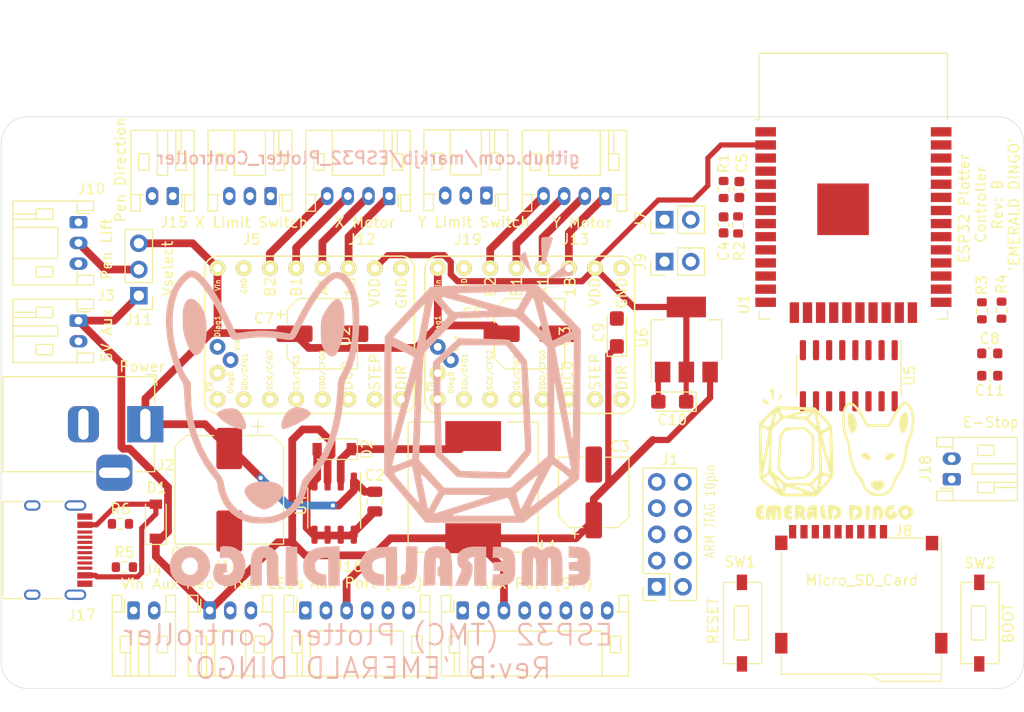
<source format=kicad_pcb>
(kicad_pcb (version 20171130) (host pcbnew "(5.1.10)-1")
  (layers (0 F.Cu signal) (31 B.Cu signal) (34 B.Paste user hide) (35 F.Paste user hide) (36 B.SilkS user hide) (37 F.SilkS user hide) (38 B.Mask user hide) (39 F.Mask user hide) (44 Edge.Cuts user))
  (net 0 "")
  (net 1 GND)
  (net 2 +5V)
  (net 3 /Y_Limit)
  (net 4 /X_Limit)
  (net 5 "Net-(D2-Pad1)")
  (net 6 /MOSI)
  (net 7 /SCL)
  (net 8 /SDA)
  (net 9 /MISO)
  (net 10 /SCK)
  (net 11 /CS_SD)
  (net 12 /CS_X)
  (net 13 /CS_Y)
  (net 14 /CS_AUX)
  (net 15 "Net-(J2-Pad3)")
  (net 16 +3V3)
  (net 17 "Net-(J7-Pad2)")
  (net 18 "Net-(J8-Pad1)")
  (net 19 "Net-(J8-Pad8)")
  (net 20 "Net-(J9-Pad2)")
  (net 21 "Net-(J10-Pad2)")
  (net 22 /PEN_LIFT)
  (net 23 "Net-(J12-Pad4)")
  (net 24 "Net-(J12-Pad3)")
  (net 25 "Net-(J12-Pad2)")
  (net 26 "Net-(J12-Pad1)")
  (net 27 "Net-(J13-Pad1)")
  (net 28 "Net-(J13-Pad2)")
  (net 29 "Net-(J13-Pad3)")
  (net 30 "Net-(J13-Pad4)")
  (net 31 /Vin)
  (net 32 "Net-(U1-Pad4)")
  (net 33 /Y_Dir)
  (net 34 /X_Dir)
  (net 35 /Y_Step)
  (net 36 /X_Step)
  (net 37 /StepEn)
  (net 38 "Net-(U1-Pad17)")
  (net 39 "Net-(U1-Pad18)")
  (net 40 "Net-(U1-Pad20)")
  (net 41 "Net-(U1-Pad21)")
  (net 42 "Net-(U1-Pad22)")
  (net 43 "Net-(U2-Pad17)")
  (net 44 "Net-(U3-Pad17)")
  (net 45 "Net-(J1-Pad1)")
  (net 46 /JTAG_TMS)
  (net 47 /NEO_PIXELS_JTAG_TCK)
  (net 48 /PEN_DIR_JTAG_TDO)
  (net 49 "Net-(J1-Pad7)")
  (net 50 /JTAG_TDI)
  (net 51 "Net-(J1-Pad9)")
  (net 52 "Net-(J1-Pad10)")
  (net 53 /EN)
  (net 54 /IO0)
  (net 55 "Net-(U1-Pad5)")
  (net 56 "Net-(U1-Pad19)")
  (net 57 "Net-(U1-Pad32)")
  (net 58 /ESP32_RX)
  (net 59 /ESP32_TX)
  (net 60 "Net-(U5-Pad7)")
  (net 61 "Net-(U5-Pad8)")
  (net 62 "Net-(U5-Pad9)")
  (net 63 "Net-(U5-Pad10)")
  (net 64 "Net-(U5-Pad11)")
  (net 65 "Net-(U5-Pad12)")
  (net 66 "Net-(U5-Pad13)")
  (net 67 "Net-(U5-Pad14)")
  (net 68 "Net-(U5-Pad15)")
  (net 69 "Net-(J5-Pad2)")
  (net 70 "Net-(J19-Pad2)")
  (net 71 "Net-(D1-Pad2)")
  (net 72 "Net-(J17-PadS1)")
  (net 73 "Net-(J17-PadA6)")
  (net 74 "Net-(J17-PadB5)")
  (net 75 "Net-(J17-PadA8)")
  (net 76 "Net-(J17-PadA7)")
  (net 77 "Net-(J17-PadA5)")
  (net 78 "Net-(J17-PadB8)")
  (module custom:emerald_dingo_150 (layer F.Cu) (at 106.172 101.727)
    (fp_text reference G2 hide)
    (fp_text value LOGO hide)
  )
  (module custom:emerald_dingo_400 (layer B.Cu) (at 61.9125 97.5995 180)
    (fp_text reference G1 hide)
    (fp_text value LOGO hide)
  )
  (module Connector_JST:JST_PH_S2B-PH-K_1x02_P2.00mm_Horizontal (layer F.Cu) (at 38.227 116.84)
    (fp_text reference J4 (at 1.905 -3.8735 180) (layer F.SilkS))
    (fp_text value "Vin Aux" (at 1.5875 -2.5654) (layer F.SilkS))
    (pad 1 thru_hole roundrect (at 0 0) (size 1.2 1.75) (drill 0.75) (layers *.Cu *.Mask) (roundrect_rratio 0.208333) (net 31 /Vin))
    (pad 2 thru_hole oval (at 2 0) (size 1.2 1.75) (drill 0.75) (layers *.Cu *.Mask) (net 1 GND))
  )
  (module Connector_JST:JST_PH_S8B-PH-K_1x08_P2.00mm_Horizontal (layer F.Cu) (at 70.104 116.84)
    (fp_text reference J6 (at -1.6002 -2.794 90) (layer F.SilkS))
    (fp_text value "Aux Port (SPI)" (at 7.1755 -2.6162) (layer F.SilkS))
    (pad 1 thru_hole roundrect (at 0 0) (size 1.2 1.75) (drill 0.75) (layers *.Cu *.Mask) (roundrect_rratio 0.208333) (net 31 /Vin))
    (pad 2 thru_hole oval (at 2 0) (size 1.2 1.75) (drill 0.75) (layers *.Cu *.Mask) (net 16 +3V3))
    (pad 3 thru_hole oval (at 4 0) (size 1.2 1.75) (drill 0.75) (layers *.Cu *.Mask) (net 2 +5V))
    (pad 4 thru_hole oval (at 6 0) (size 1.2 1.75) (drill 0.75) (layers *.Cu *.Mask) (net 1 GND))
    (pad 5 thru_hole oval (at 8 0) (size 1.2 1.75) (drill 0.75) (layers *.Cu *.Mask) (net 6 /MOSI))
    (pad 6 thru_hole oval (at 10 0) (size 1.2 1.75) (drill 0.75) (layers *.Cu *.Mask) (net 9 /MISO))
    (pad 7 thru_hole oval (at 12 0) (size 1.2 1.75) (drill 0.75) (layers *.Cu *.Mask) (net 10 /SCK))
    (pad 8 thru_hole oval (at 14 0) (size 1.2 1.75) (drill 0.75) (layers *.Cu *.Mask) (net 14 /CS_AUX))
  )
  (module Connector_JST:JST_PH_S3B-PH-K_1x03_P2.00mm_Horizontal (layer F.Cu) (at 45.593 116.84)
    (fp_text reference J14 (at 1.651 -4.2545 180) (layer F.SilkS))
    (fp_text value "Neo Pixel LEDs" (at 3.4351 -2.6162) (layer F.SilkS))
    (pad 1 thru_hole roundrect (at 0 0) (size 1.2 1.75) (drill 0.75) (layers *.Cu *.Mask) (roundrect_rratio 0.208333) (net 2 +5V))
    (pad 2 thru_hole oval (at 2 0) (size 1.2 1.75) (drill 0.75) (layers *.Cu *.Mask) (net 47 /NEO_PIXELS_JTAG_TCK))
    (pad 3 thru_hole oval (at 4 0) (size 1.2 1.75) (drill 0.75) (layers *.Cu *.Mask) (net 1 GND))
  )
  (module Connector_JST:JST_PH_S6B-PH-K_1x06_P2.00mm_Horizontal (layer F.Cu) (at 54.864 116.84)
    (fp_text reference J16 (at 4.2545 -4.2545 180) (layer F.SilkS))
    (fp_text value "Aux Port (I2C)" (at 5.9365 -2.6543) (layer F.SilkS))
    (pad 1 thru_hole roundrect (at 0 0) (size 1.2 1.75) (drill 0.75) (layers *.Cu *.Mask) (roundrect_rratio 0.208333) (net 31 /Vin))
    (pad 2 thru_hole oval (at 2 0) (size 1.2 1.75) (drill 0.75) (layers *.Cu *.Mask) (net 16 +3V3))
    (pad 3 thru_hole oval (at 4 0) (size 1.2 1.75) (drill 0.75) (layers *.Cu *.Mask) (net 2 +5V))
    (pad 4 thru_hole oval (at 6 0) (size 1.2 1.75) (drill 0.75) (layers *.Cu *.Mask) (net 1 GND))
    (pad 5 thru_hole oval (at 8 0) (size 1.2 1.75) (drill 0.75) (layers *.Cu *.Mask) (net 7 /SCL))
    (pad 6 thru_hole oval (at 10 0) (size 1.2 1.75) (drill 0.75) (layers *.Cu *.Mask) (net 8 /SDA))
  )
  (module Connector_USB:USB_C_Receptacle_HRO_TYPE-C-31-M-12 (layer F.Cu) (at 29.464 110.998 270)
    (fp_text reference J17 (at 6.2865 -3.7465 180) (layer F.SilkS))
    (fp_text value USB_C_Receptacle_USB2.0)
    (pad S1 thru_hole oval (at 4.32 1.05 270) (size 1 1.6) (drill oval 0.6 1.2) (layers *.Cu *.Mask) (net 72 "Net-(J17-PadS1)"))
    (pad "" np_thru_hole circle (at 2.89 -2.6 270) (size 0.65 0.65) (drill 0.65) (layers *.Cu *.Mask))
    (pad S1 thru_hole oval (at -4.32 1.05 270) (size 1 1.6) (drill oval 0.6 1.2) (layers *.Cu *.Mask) (net 72 "Net-(J17-PadS1)"))
    (pad "" np_thru_hole circle (at -2.89 -2.6 270) (size 0.65 0.65) (drill 0.65) (layers *.Cu *.Mask))
    (pad S1 thru_hole oval (at -4.32 -3.13 270) (size 1 2.1) (drill oval 0.6 1.7) (layers *.Cu *.Mask) (net 72 "Net-(J17-PadS1)"))
    (pad S1 thru_hole oval (at 4.32 -3.13 270) (size 1 2.1) (drill oval 0.6 1.7) (layers *.Cu *.Mask) (net 72 "Net-(J17-PadS1)"))
    (pad A6 smd rect (at -0.25 -4.045 270) (size 0.3 1.45) (layers F.Cu F.Paste F.Mask) (net 73 "Net-(J17-PadA6)"))
    (pad B5 smd rect (at 1.75 -4.045 270) (size 0.3 1.45) (layers F.Cu F.Paste F.Mask) (net 74 "Net-(J17-PadB5)"))
    (pad A8 smd rect (at 1.25 -4.045 270) (size 0.3 1.45) (layers F.Cu F.Paste F.Mask) (net 75 "Net-(J17-PadA8)"))
    (pad B6 smd rect (at 0.75 -4.045 270) (size 0.3 1.45) (layers F.Cu F.Paste F.Mask) (net 73 "Net-(J17-PadA6)"))
    (pad A7 smd rect (at 0.25 -4.045 270) (size 0.3 1.45) (layers F.Cu F.Paste F.Mask) (net 76 "Net-(J17-PadA7)"))
    (pad B7 smd rect (at -0.75 -4.045 270) (size 0.3 1.45) (layers F.Cu F.Paste F.Mask) (net 76 "Net-(J17-PadA7)"))
    (pad A5 smd rect (at -1.25 -4.045 270) (size 0.3 1.45) (layers F.Cu F.Paste F.Mask) (net 77 "Net-(J17-PadA5)"))
    (pad B8 smd rect (at -1.75 -4.045 270) (size 0.3 1.45) (layers F.Cu F.Paste F.Mask) (net 78 "Net-(J17-PadB8)"))
    (pad A12 smd rect (at 3.25 -4.045 270) (size 0.6 1.45) (layers F.Cu F.Paste F.Mask) (net 1 GND))
    (pad B4 smd rect (at 2.45 -4.045 270) (size 0.6 1.45) (layers F.Cu F.Paste F.Mask) (net 71 "Net-(D1-Pad2)"))
    (pad A4 smd rect (at -2.45 -4.045 270) (size 0.6 1.45) (layers F.Cu F.Paste F.Mask) (net 71 "Net-(D1-Pad2)"))
    (pad A1 smd rect (at -3.25 -4.045 270) (size 0.6 1.45) (layers F.Cu F.Paste F.Mask) (net 1 GND))
    (pad B12 smd rect (at -3.25 -4.045 270) (size 0.6 1.45) (layers F.Cu F.Paste F.Mask) (net 1 GND))
    (pad B9 smd rect (at -2.45 -4.045 270) (size 0.6 1.45) (layers F.Cu F.Paste F.Mask) (net 71 "Net-(D1-Pad2)"))
    (pad A9 smd rect (at 2.45 -4.045 270) (size 0.6 1.45) (layers F.Cu F.Paste F.Mask) (net 71 "Net-(D1-Pad2)"))
    (pad B1 smd rect (at 3.25 -4.045 270) (size 0.6 1.45) (layers F.Cu F.Paste F.Mask) (net 1 GND))
  )
  (module Connector_BarrelJack:BarrelJack_Horizontal (layer F.Cu) (at 39.37 98.806)
    (fp_text reference J2 (at 1.9685 3.9624) (layer F.SilkS))
    (fp_text value Power (at -0.3175 -5.588) (layer F.SilkS))
    (pad 3 thru_hole roundrect (at -3 4.7) (size 3.5 3.5) (drill oval 3 1) (layers *.Cu *.Mask) (net 15 "Net-(J2-Pad3)"))
    (pad 2 thru_hole roundrect (at -6 0) (size 3 3.5) (drill oval 1 3) (layers *.Cu *.Mask) (net 1 GND))
    (pad 1 thru_hole rect (at 0 0) (size 3.5 3.5) (drill oval 1 3) (layers *.Cu *.Mask) (net 31 /Vin))
  )
  (module Connector_JST:JST_PH_S3B-PH-K_1x03_P2.00mm_Horizontal (layer F.Cu) (at 72.4088 76.6572 180)
    (fp_text reference J19 (at 1.7968 -4.2418) (layer F.SilkS))
    (fp_text value "Y Limit Switch" (at 1.2507 -2.5781) (layer F.SilkS))
    (pad 3 thru_hole oval (at 4 0 180) (size 1.2 1.75) (drill 0.75) (layers *.Cu *.Mask) (net 1 GND))
    (pad 2 thru_hole oval (at 2 0 180) (size 1.2 1.75) (drill 0.75) (layers *.Cu *.Mask) (net 70 "Net-(J19-Pad2)"))
    (pad 1 thru_hole roundrect (at 0 0 180) (size 1.2 1.75) (drill 0.75) (layers *.Cu *.Mask) (roundrect_rratio 0.208333) (net 16 +3V3))
  )
  (module Connector_JST:JST_PH_S3B-PH-K_1x03_P2.00mm_Horizontal (layer F.Cu) (at 51.4985 76.708 180)
    (fp_text reference J5 (at 1.8415 -4.191) (layer F.SilkS))
    (fp_text value "X Limit Switch" (at 1.8669 -2.5654) (layer F.SilkS))
    (pad 1 thru_hole roundrect (at 0 0 180) (size 1.2 1.75) (drill 0.75) (layers *.Cu *.Mask) (roundrect_rratio 0.208333) (net 16 +3V3))
    (pad 2 thru_hole oval (at 2 0 180) (size 1.2 1.75) (drill 0.75) (layers *.Cu *.Mask) (net 69 "Net-(J5-Pad2)"))
    (pad 3 thru_hole oval (at 4 0 180) (size 1.2 1.75) (drill 0.75) (layers *.Cu *.Mask) (net 1 GND))
  )
  (module Connector_JST:JST_PH_S4B-PH-K_1x04_P2.00mm_Horizontal (layer F.Cu) (at 62.9793 76.708 180)
    (fp_text reference J12 (at 2.6543 -4.191) (layer F.SilkS))
    (fp_text value "X Motor" (at 2.3495 -2.5527) (layer F.SilkS))
    (pad 4 thru_hole oval (at 6 0 180) (size 1.2 1.75) (drill 0.75) (layers *.Cu *.Mask) (net 23 "Net-(J12-Pad4)"))
    (pad 3 thru_hole oval (at 4 0 180) (size 1.2 1.75) (drill 0.75) (layers *.Cu *.Mask) (net 24 "Net-(J12-Pad3)"))
    (pad 2 thru_hole oval (at 2 0 180) (size 1.2 1.75) (drill 0.75) (layers *.Cu *.Mask) (net 25 "Net-(J12-Pad2)"))
    (pad 1 thru_hole roundrect (at 0 0 180) (size 1.2 1.75) (drill 0.75) (layers *.Cu *.Mask) (roundrect_rratio 0.208333) (net 26 "Net-(J12-Pad1)"))
  )
  (module Connector_JST:JST_PH_S4B-PH-K_1x04_P2.00mm_Horizontal (layer F.Cu) (at 83.9343 76.708 180)
    (fp_text reference J13 (at 2.9083 -4.191) (layer F.SilkS))
    (fp_text value "Y Motor" (at 2.286 -2.5908) (layer F.SilkS))
    (pad 1 thru_hole roundrect (at 0 0 180) (size 1.2 1.75) (drill 0.75) (layers *.Cu *.Mask) (roundrect_rratio 0.208333) (net 27 "Net-(J13-Pad1)"))
    (pad 2 thru_hole oval (at 2 0 180) (size 1.2 1.75) (drill 0.75) (layers *.Cu *.Mask) (net 28 "Net-(J13-Pad2)"))
    (pad 3 thru_hole oval (at 4 0 180) (size 1.2 1.75) (drill 0.75) (layers *.Cu *.Mask) (net 29 "Net-(J13-Pad3)"))
    (pad 4 thru_hole oval (at 6 0 180) (size 1.2 1.75) (drill 0.75) (layers *.Cu *.Mask) (net 30 "Net-(J13-Pad4)"))
  )
  (module Connector_JST:JST_PH_S2B-PH-K_1x02_P2.00mm_Horizontal (layer F.Cu) (at 42.0243 76.708 180)
    (fp_text reference J15 (at -0.1397 -2.54) (layer F.SilkS))
    (fp_text value "Pen Direction" (at 5.08 2.54 90) (layer F.SilkS))
    (pad 2 thru_hole oval (at 2 0 180) (size 1.2 1.75) (drill 0.75) (layers *.Cu *.Mask) (net 1 GND))
    (pad 1 thru_hole roundrect (at 0 0 180) (size 1.2 1.75) (drill 0.75) (layers *.Cu *.Mask) (roundrect_rratio 0.208333) (net 48 /PEN_DIR_JTAG_TDO))
  )
  (module RF_Module:ESP32-WROOM-32 (layer F.Cu) (at 107.95 78.74)
    (fp_text reference U1 (at -10.61 8.43 90) (layer F.SilkS))
    (fp_text value ESP32-WROOM-32D)
    (pad 39 smd rect (at -1 -0.755) (size 5 5) (layers F.Cu F.Paste F.Mask) (net 1 GND))
    (pad 1 smd rect (at -8.5 -8.255) (size 2 0.9) (layers F.Cu F.Paste F.Mask) (net 1 GND))
    (pad 2 smd rect (at -8.5 -6.985) (size 2 0.9) (layers F.Cu F.Paste F.Mask) (net 16 +3V3))
    (pad 3 smd rect (at -8.5 -5.715) (size 2 0.9) (layers F.Cu F.Paste F.Mask) (net 53 /EN))
    (pad 4 smd rect (at -8.5 -4.445) (size 2 0.9) (layers F.Cu F.Paste F.Mask) (net 32 "Net-(U1-Pad4)"))
    (pad 5 smd rect (at -8.5 -3.175) (size 2 0.9) (layers F.Cu F.Paste F.Mask) (net 55 "Net-(U1-Pad5)"))
    (pad 6 smd rect (at -8.5 -1.905) (size 2 0.9) (layers F.Cu F.Paste F.Mask) (net 4 /X_Limit))
    (pad 7 smd rect (at -8.5 -0.635) (size 2 0.9) (layers F.Cu F.Paste F.Mask) (net 3 /Y_Limit))
    (pad 8 smd rect (at -8.5 0.635) (size 2 0.9) (layers F.Cu F.Paste F.Mask) (net 35 /Y_Step))
    (pad 9 smd rect (at -8.5 1.905) (size 2 0.9) (layers F.Cu F.Paste F.Mask) (net 33 /Y_Dir))
    (pad 10 smd rect (at -8.5 3.175) (size 2 0.9) (layers F.Cu F.Paste F.Mask) (net 36 /X_Step))
    (pad 11 smd rect (at -8.5 4.445) (size 2 0.9) (layers F.Cu F.Paste F.Mask) (net 34 /X_Dir))
    (pad 12 smd rect (at -8.5 5.715) (size 2 0.9) (layers F.Cu F.Paste F.Mask) (net 22 /PEN_LIFT))
    (pad 13 smd rect (at -8.5 6.985) (size 2 0.9) (layers F.Cu F.Paste F.Mask) (net 46 /JTAG_TMS))
    (pad 14 smd rect (at -8.5 8.255) (size 2 0.9) (layers F.Cu F.Paste F.Mask) (net 50 /JTAG_TDI))
    (pad 15 smd rect (at -5.715 9.255 90) (size 2 0.9) (layers F.Cu F.Paste F.Mask) (net 1 GND))
    (pad 16 smd rect (at -4.445 9.255 90) (size 2 0.9) (layers F.Cu F.Paste F.Mask) (net 47 /NEO_PIXELS_JTAG_TCK))
    (pad 17 smd rect (at -3.175 9.255 90) (size 2 0.9) (layers F.Cu F.Paste F.Mask) (net 38 "Net-(U1-Pad17)"))
    (pad 18 smd rect (at -1.905 9.255 90) (size 2 0.9) (layers F.Cu F.Paste F.Mask) (net 39 "Net-(U1-Pad18)"))
    (pad 19 smd rect (at -0.635 9.255 90) (size 2 0.9) (layers F.Cu F.Paste F.Mask) (net 56 "Net-(U1-Pad19)"))
    (pad 20 smd rect (at 0.635 9.255 90) (size 2 0.9) (layers F.Cu F.Paste F.Mask) (net 40 "Net-(U1-Pad20)"))
    (pad 21 smd rect (at 1.905 9.255 90) (size 2 0.9) (layers F.Cu F.Paste F.Mask) (net 41 "Net-(U1-Pad21)"))
    (pad 22 smd rect (at 3.175 9.255 90) (size 2 0.9) (layers F.Cu F.Paste F.Mask) (net 42 "Net-(U1-Pad22)"))
    (pad 23 smd rect (at 4.445 9.255 90) (size 2 0.9) (layers F.Cu F.Paste F.Mask) (net 48 /PEN_DIR_JTAG_TDO))
    (pad 24 smd rect (at 5.715 9.255 90) (size 2 0.9) (layers F.Cu F.Paste F.Mask) (net 37 /StepEn))
    (pad 25 smd rect (at 8.5 8.255) (size 2 0.9) (layers F.Cu F.Paste F.Mask) (net 54 /IO0))
    (pad 26 smd rect (at 8.5 6.985) (size 2 0.9) (layers F.Cu F.Paste F.Mask) (net 14 /CS_AUX))
    (pad 27 smd rect (at 8.5 5.715) (size 2 0.9) (layers F.Cu F.Paste F.Mask) (net 13 /CS_Y))
    (pad 28 smd rect (at 8.5 4.445) (size 2 0.9) (layers F.Cu F.Paste F.Mask) (net 12 /CS_X))
    (pad 29 smd rect (at 8.5 3.175) (size 2 0.9) (layers F.Cu F.Paste F.Mask) (net 11 /CS_SD))
    (pad 30 smd rect (at 8.5 1.905) (size 2 0.9) (layers F.Cu F.Paste F.Mask) (net 10 /SCK))
    (pad 31 smd rect (at 8.5 0.635) (size 2 0.9) (layers F.Cu F.Paste F.Mask) (net 9 /MISO))
    (pad 32 smd rect (at 8.5 -0.635) (size 2 0.9) (layers F.Cu F.Paste F.Mask) (net 57 "Net-(U1-Pad32)"))
    (pad 33 smd rect (at 8.5 -1.905) (size 2 0.9) (layers F.Cu F.Paste F.Mask) (net 8 /SDA))
    (pad 34 smd rect (at 8.5 -3.175) (size 2 0.9) (layers F.Cu F.Paste F.Mask) (net 58 /ESP32_RX))
    (pad 35 smd rect (at 8.5 -4.445) (size 2 0.9) (layers F.Cu F.Paste F.Mask) (net 59 /ESP32_TX))
    (pad 36 smd rect (at 8.5 -5.715) (size 2 0.9) (layers F.Cu F.Paste F.Mask) (net 7 /SCL))
    (pad 37 smd rect (at 8.5 -6.985) (size 2 0.9) (layers F.Cu F.Paste F.Mask) (net 6 /MOSI))
    (pad 38 smd rect (at 8.5 -8.255) (size 2 0.9) (layers F.Cu F.Paste F.Mask) (net 1 GND))
  )
  (module custom:HK-TF01A (layer F.Cu) (at 100.965 109.22)
    (fp_text reference J8 (at 11.8491 -0.0762) (layer F.SilkS))
    (fp_text value Micro_SD_Card (at 7.8 4.7) (layer F.SilkS))
    (pad "" np_thru_hole circle (at 10.8 11.1) (size 1 1) (drill 1) (layers *.Cu *.Mask))
    (pad "" np_thru_hole circle (at 2.8 11.1) (size 1 1) (drill 1) (layers *.Cu *.Mask))
    (pad 13 smd rect (at 15.5 10.8) (size 1.2 2) (layers F.Cu F.Paste F.Mask))
    (pad 12 smd rect (at 0 10.8) (size 1.2 2) (layers F.Cu F.Paste F.Mask))
    (pad 11 smd rect (at 14.6 1.1) (size 1.2 1.4) (layers F.Cu F.Paste F.Mask))
    (pad 10 smd rect (at 0 1.075) (size 1.2 1.4) (layers F.Cu F.Paste F.Mask))
    (pad 9 smd rect (at 9.9 0) (size 0.7 1.3) (layers F.Cu F.Paste F.Mask) (net 1 GND))
    (pad 8 smd rect (at 8.8 0) (size 0.7 1.3) (layers F.Cu F.Paste F.Mask) (net 19 "Net-(J8-Pad8)"))
    (pad 7 smd rect (at 7.7 0) (size 0.7 1.3) (layers F.Cu F.Paste F.Mask) (net 9 /MISO))
    (pad 6 smd rect (at 6.6 0) (size 0.7 1.3) (layers F.Cu F.Paste F.Mask) (net 1 GND))
    (pad 5 smd rect (at 5.5 0) (size 0.7 1.3) (layers F.Cu F.Paste F.Mask) (net 10 /SCK))
    (pad 4 smd rect (at 4.4 0) (size 0.7 1.3) (layers F.Cu F.Paste F.Mask) (net 16 +3V3))
    (pad 3 smd rect (at 3.3 0) (size 0.7 1.3) (layers F.Cu F.Paste F.Mask) (net 6 /MOSI))
    (pad 2 smd rect (at 2.2 0) (size 0.7 1.3) (layers F.Cu F.Paste F.Mask) (net 11 /CS_SD))
    (pad 1 smd rect (at 1.1 0) (size 0.7 1.3) (layers F.Cu F.Paste F.Mask) (net 18 "Net-(J8-Pad1)"))
  )
  (module custom:StepstickTMCv2 (layer F.Cu) (at 67.691 96.393 90)
    (fp_text reference U3 (at 6.096 12.319 270) (layer F.SilkS))
    (fp_text value TMC2130)
    (fp_text user Vref (at 5.3848 1.905 270) (layer F.SilkS) (effects (font (size 0.5 0.5) (thickness 0.1))))
    (fp_text user Diag1 (at 7.0612 0 270) (layer F.SilkS) (effects (font (size 0.5 0.5) (thickness 0.1))))
    (fp_text user Diag0 (at 1.6002 1.27 270) (layer F.SilkS) (effects (font (size 0.5 0.5) (thickness 0.1))))
    (fp_text user GND (at 10.287 17.8308 270) (layer F.SilkS))
    (fp_text user VDD (at 10.3632 15.2146 270) (layer F.SilkS))
    (fp_text user 1B (at 10.8966 12.827 270) (layer F.SilkS))
    (fp_text user A1 (at 10.9728 10.2108 270) (layer F.SilkS))
    (fp_text user B1 (at 10.8966 7.6454 270) (layer F.SilkS))
    (fp_text user B2 (at 10.8966 5.1054 270) (layer F.SilkS))
    (fp_text user GND (at 10.9728 2.5654 270) (layer F.SilkS) (effects (font (size 0.5 0.5) (thickness 0.1))))
    (fp_text user Vin (at 11.049 0.0254 270) (layer F.SilkS) (effects (font (size 0.5 0.5) (thickness 0.1))))
    (fp_text user ~EN (at 1.2192 -0.635 270) (layer F.SilkS) (effects (font (size 0.5 0.5) (thickness 0.1))))
    (fp_text user SDI/CFG1 (at 2.667 2.6416 270) (layer F.SilkS) (effects (font (size 0.5 0.5) (thickness 0.1))))
    (fp_text user SCK/CFG2 (at 2.8194 5.0546 90) (layer F.SilkS) (effects (font (size 0.5 0.5) (thickness 0.1))))
    (fp_text user CS/CFG3 (at 2.5654 7.6454 270) (layer F.SilkS) (effects (font (size 0.5 0.5) (thickness 0.1))))
    (fp_text user SDO/CFG0 (at 2.794 10.16 270) (layer F.SilkS) (effects (font (size 0.5 0.5) (thickness 0.1))))
    (fp_text user DC0 (at 2.286 12.573 270) (layer F.SilkS))
    (fp_text user STEP (at 2.6416 15.24 270) (layer F.SilkS))
    (fp_text user DIR (at 2.0828 17.8308 270) (layer F.SilkS))
    (pad 19 thru_hole circle (at 3.81 1.27 270) (size 1.524 1.524) (drill 0.762) (layers *.Cu *.Mask))
    (pad 18 thru_hole circle (at 5.08 0 270) (size 1.524 1.524) (drill 0.762) (layers *.Cu *.Mask) (net 20 "Net-(J9-Pad2)"))
    (pad 17 thru_hole circle (at 2.54 0 270) (size 1.524 1.524) (drill 0.762) (layers *.Cu *.Mask F.SilkS) (net 44 "Net-(U3-Pad17)"))
    (pad 8 thru_hole circle (at 0 17.78 270) (size 1.524 1.524) (drill 0.762) (layers *.Cu *.Mask F.SilkS) (net 33 /Y_Dir))
    (pad 7 thru_hole circle (at 0 15.24 270) (size 1.524 1.524) (drill 0.762) (layers *.Cu *.Mask F.SilkS) (net 35 /Y_Step))
    (pad 6 thru_hole circle (at 0 12.7 270) (size 1.524 1.524) (drill 0.762) (layers *.Cu *.Mask F.SilkS) (net 1 GND))
    (pad 5 thru_hole circle (at 0 10.16 270) (size 1.524 1.524) (drill 0.762) (layers *.Cu *.Mask F.SilkS) (net 9 /MISO))
    (pad 4 thru_hole circle (at 0 7.62 270) (size 1.524 1.524) (drill 0.762) (layers *.Cu *.Mask F.SilkS) (net 13 /CS_Y))
    (pad 3 thru_hole circle (at 0 5.08 270) (size 1.524 1.524) (drill 0.762) (layers *.Cu *.Mask F.SilkS) (net 10 /SCK))
    (pad 2 thru_hole circle (at 0 2.54 270) (size 1.524 1.524) (drill 0.762) (layers *.Cu *.Mask F.SilkS) (net 6 /MOSI))
    (pad 1 thru_hole circle (at 0 0 270) (size 1.524 1.524) (drill 0.762) (layers *.Cu *.Mask F.SilkS) (net 37 /StepEn))
    (pad 16 thru_hole circle (at 12.7 0 270) (size 1.524 1.524) (drill 0.762) (layers *.Cu *.Mask F.SilkS) (net 31 /Vin))
    (pad 15 thru_hole circle (at 12.7 2.54 270) (size 1.524 1.524) (drill 0.762) (layers *.Cu *.Mask F.SilkS) (net 1 GND))
    (pad 14 thru_hole circle (at 12.7 5.08 270) (size 1.524 1.524) (drill 0.762) (layers *.Cu *.Mask F.SilkS) (net 30 "Net-(J13-Pad4)"))
    (pad 13 thru_hole circle (at 12.7 7.62 270) (size 1.524 1.524) (drill 0.762) (layers *.Cu *.Mask F.SilkS) (net 29 "Net-(J13-Pad3)"))
    (pad 12 thru_hole circle (at 12.7 10.16 270) (size 1.524 1.524) (drill 0.762) (layers *.Cu *.Mask F.SilkS) (net 28 "Net-(J13-Pad2)"))
    (pad 11 thru_hole circle (at 12.7 12.7 270) (size 1.524 1.524) (drill 0.762) (layers *.Cu *.Mask F.SilkS) (net 27 "Net-(J13-Pad1)"))
    (pad 10 thru_hole circle (at 12.7 15.24 270) (size 1.524 1.524) (drill 0.762) (layers *.Cu *.Mask F.SilkS) (net 16 +3V3))
    (pad 9 thru_hole circle (at 12.7 17.78 270) (size 1.524 1.524) (drill 0.762) (layers *.Cu *.Mask F.SilkS) (net 1 GND))
  )
  (module custom:StepstickTMCv2 (layer F.Cu) (at 46.355 96.393 90)
    (fp_text reference U2 (at 6.096 12.319 270) (layer F.SilkS))
    (fp_text value TMC2130)
    (fp_text user DIR (at 2.0828 17.8308 270) (layer F.SilkS))
    (fp_text user STEP (at 2.6416 15.24 270) (layer F.SilkS))
    (fp_text user DC0 (at 2.286 12.573 270) (layer F.SilkS))
    (fp_text user SDO/CFG0 (at 2.794 10.16 270) (layer F.SilkS) (effects (font (size 0.5 0.5) (thickness 0.1))))
    (fp_text user CS/CFG3 (at 2.5654 7.6454 270) (layer F.SilkS) (effects (font (size 0.5 0.5) (thickness 0.1))))
    (fp_text user SCK/CFG2 (at 2.8194 5.0546 90) (layer F.SilkS) (effects (font (size 0.5 0.5) (thickness 0.1))))
    (fp_text user SDI/CFG1 (at 2.667 2.6416 270) (layer F.SilkS) (effects (font (size 0.5 0.5) (thickness 0.1))))
    (fp_text user ~EN (at 1.2192 -0.635 270) (layer F.SilkS) (effects (font (size 0.5 0.5) (thickness 0.1))))
    (fp_text user Vin (at 11.049 0.0254 270) (layer F.SilkS) (effects (font (size 0.5 0.5) (thickness 0.1))))
    (fp_text user GND (at 10.9728 2.5654 270) (layer F.SilkS) (effects (font (size 0.5 0.5) (thickness 0.1))))
    (fp_text user B2 (at 10.8966 5.1054 270) (layer F.SilkS))
    (fp_text user B1 (at 10.8966 7.6454 270) (layer F.SilkS))
    (fp_text user A1 (at 10.9728 10.2108 270) (layer F.SilkS))
    (fp_text user 1B (at 10.8966 12.827 270) (layer F.SilkS))
    (fp_text user VDD (at 10.3632 15.2146 270) (layer F.SilkS))
    (fp_text user GND (at 10.287 17.8308 270) (layer F.SilkS))
    (fp_text user Diag0 (at 1.6002 1.27 270) (layer F.SilkS) (effects (font (size 0.5 0.5) (thickness 0.1))))
    (fp_text user Diag1 (at 7.0612 0 270) (layer F.SilkS) (effects (font (size 0.5 0.5) (thickness 0.1))))
    (fp_text user Vref (at 5.3848 1.905 270) (layer F.SilkS) (effects (font (size 0.5 0.5) (thickness 0.1))))
    (pad 9 thru_hole circle (at 12.7 17.78 270) (size 1.524 1.524) (drill 0.762) (layers *.Cu *.Mask F.SilkS) (net 1 GND))
    (pad 10 thru_hole circle (at 12.7 15.24 270) (size 1.524 1.524) (drill 0.762) (layers *.Cu *.Mask F.SilkS) (net 16 +3V3))
    (pad 11 thru_hole circle (at 12.7 12.7 270) (size 1.524 1.524) (drill 0.762) (layers *.Cu *.Mask F.SilkS) (net 26 "Net-(J12-Pad1)"))
    (pad 12 thru_hole circle (at 12.7 10.16 270) (size 1.524 1.524) (drill 0.762) (layers *.Cu *.Mask F.SilkS) (net 25 "Net-(J12-Pad2)"))
    (pad 13 thru_hole circle (at 12.7 7.62 270) (size 1.524 1.524) (drill 0.762) (layers *.Cu *.Mask F.SilkS) (net 24 "Net-(J12-Pad3)"))
    (pad 14 thru_hole circle (at 12.7 5.08 270) (size 1.524 1.524) (drill 0.762) (layers *.Cu *.Mask F.SilkS) (net 23 "Net-(J12-Pad4)"))
    (pad 15 thru_hole circle (at 12.7 2.54 270) (size 1.524 1.524) (drill 0.762) (layers *.Cu *.Mask F.SilkS) (net 1 GND))
    (pad 16 thru_hole circle (at 12.7 0 270) (size 1.524 1.524) (drill 0.762) (layers *.Cu *.Mask F.SilkS) (net 31 /Vin))
    (pad 1 thru_hole circle (at 0 0 270) (size 1.524 1.524) (drill 0.762) (layers *.Cu *.Mask F.SilkS) (net 37 /StepEn))
    (pad 2 thru_hole circle (at 0 2.54 270) (size 1.524 1.524) (drill 0.762) (layers *.Cu *.Mask F.SilkS) (net 6 /MOSI))
    (pad 3 thru_hole circle (at 0 5.08 270) (size 1.524 1.524) (drill 0.762) (layers *.Cu *.Mask F.SilkS) (net 10 /SCK))
    (pad 4 thru_hole circle (at 0 7.62 270) (size 1.524 1.524) (drill 0.762) (layers *.Cu *.Mask F.SilkS) (net 12 /CS_X))
    (pad 5 thru_hole circle (at 0 10.16 270) (size 1.524 1.524) (drill 0.762) (layers *.Cu *.Mask F.SilkS) (net 9 /MISO))
    (pad 6 thru_hole circle (at 0 12.7 270) (size 1.524 1.524) (drill 0.762) (layers *.Cu *.Mask F.SilkS) (net 1 GND))
    (pad 7 thru_hole circle (at 0 15.24 270) (size 1.524 1.524) (drill 0.762) (layers *.Cu *.Mask F.SilkS) (net 36 /X_Step))
    (pad 8 thru_hole circle (at 0 17.78 270) (size 1.524 1.524) (drill 0.762) (layers *.Cu *.Mask F.SilkS) (net 34 /X_Dir))
    (pad 17 thru_hole circle (at 2.54 0 270) (size 1.524 1.524) (drill 0.762) (layers *.Cu *.Mask F.SilkS) (net 43 "Net-(U2-Pad17)"))
    (pad 18 thru_hole circle (at 5.08 0 270) (size 1.524 1.524) (drill 0.762) (layers *.Cu *.Mask) (net 17 "Net-(J7-Pad2)"))
    (pad 19 thru_hole circle (at 3.81 1.27 270) (size 1.524 1.524) (drill 0.762) (layers *.Cu *.Mask))
  )
  (module MountingHole:MountingHole_3.2mm_M3 (layer F.Cu) (at 90.17 72.898)
    (fp_text reference H2 hide)
    (fp_text value MountingHole_3.2mm_M3)
    (pad "" np_thru_hole circle (at 0 0) (size 3.2 3.2) (drill 3.2) (layers *.Cu *.Mask))
  )
  (module MountingHole:MountingHole_3.2mm_M3 (layer F.Cu) (at 29.21 72.898)
    (fp_text reference H1 hide)
    (fp_text value MountingHole_3.2mm_M3)
    (pad "" np_thru_hole circle (at 0 0) (size 3.2 3.2) (drill 3.2) (layers *.Cu *.Mask))
  )
  (module MountingHole:MountingHole_3.2mm_M3 (layer F.Cu) (at 90.17 120.65)
    (fp_text reference H3 hide)
    (fp_text value MountingHole_3.2mm_M3)
    (pad "" np_thru_hole circle (at 0 0) (size 3.2 3.2) (drill 3.2) (layers *.Cu *.Mask))
  )
  (module MountingHole:MountingHole_3.2mm_M3 (layer F.Cu) (at 29.21 120.65)
    (fp_text reference H4 hide)
    (fp_text value MountingHole_3.2mm_M3)
    (pad "" np_thru_hole circle (at 0 0) (size 3.2 3.2) (drill 3.2) (layers *.Cu *.Mask))
  )
  (module Capacitor_SMD:CP_Elec_10x10 (layer F.Cu) (at 47.498 105.156 270)
    (fp_text reference C1 (at 6.096 4.699 180) (layer F.SilkS))
    (fp_text value "470uF 35v")
    (pad 2 smd roundrect (at 4 0 270) (size 4 2.5) (layers F.Cu F.Paste F.Mask) (roundrect_rratio 0.1) (net 1 GND))
    (pad 1 smd roundrect (at -4 0 270) (size 4 2.5) (layers F.Cu F.Paste F.Mask) (roundrect_rratio 0.1) (net 31 /Vin))
  )
  (module Capacitor_SMD:C_0805_2012Metric (layer F.Cu) (at 61.595 106.299 270)
    (fp_text reference C2 (at -2.54 0 180) (layer F.SilkS))
    (fp_text value 1uF)
    (pad 2 smd roundrect (at 0.95 0 270) (size 1 1.45) (layers F.Cu F.Paste F.Mask) (net 1 GND))
    (pad 1 smd roundrect (at -0.95 0 270) (size 1 1.45) (layers F.Cu F.Paste F.Mask) (net 31 /Vin))
  )
  (module Capacitor_SMD:CP_Elec_6.3x7.7 (layer F.Cu) (at 82.804 105.41 90)
    (fp_text reference C3 (at 4.445 2.54 180) (layer F.SilkS))
    (fp_text value "180uF 35v")
    (pad 2 smd roundrect (at 2.7 0 90) (size 3.5 1.6) (layers F.Cu F.Paste F.Mask) (roundrect_rratio 0.15625) (net 1 GND))
    (pad 1 smd roundrect (at -2.7 0 90) (size 3.5 1.6) (layers F.Cu F.Paste F.Mask) (roundrect_rratio 0.15625) (net 2 +5V))
  )
  (module Capacitor_SMD:CP_Elec_6.3x5.7 (layer F.Cu) (at 76.581 90.043)
    (fp_text reference C6 (at -5.5372 -1.9939) (layer F.SilkS))
    (fp_text value "47uF 35V")
    (pad 2 smd roundrect (at 2.7 0) (size 3.5 1.6) (layers F.Cu F.Paste F.Mask) (roundrect_rratio 0.15625) (net 1 GND))
    (pad 1 smd roundrect (at -2.7 0) (size 3.5 1.6) (layers F.Cu F.Paste F.Mask) (roundrect_rratio 0.15625) (net 31 /Vin))
  )
  (module Capacitor_SMD:CP_Elec_6.3x5.7 (layer F.Cu) (at 56.515 90.043)
    (fp_text reference C7 (at -5.6642 -1.4986) (layer F.SilkS))
    (fp_text value "47uF 35V")
    (pad 2 smd roundrect (at 2.7 0) (size 3.5 1.6) (layers F.Cu F.Paste F.Mask) (roundrect_rratio 0.15625) (net 1 GND))
    (pad 1 smd roundrect (at -2.7 0) (size 3.5 1.6) (layers F.Cu F.Paste F.Mask) (roundrect_rratio 0.15625) (net 31 /Vin))
  )
  (module Diode_SMD:D_SOD-123 (layer F.Cu) (at 57.658 101.219 180)
    (fp_text reference D2 (at -3.175 0 90) (layer F.SilkS))
    (fp_text value B5819W)
    (pad 2 smd rect (at 1.65 0 180) (size 0.9 1.2) (layers F.Cu F.Paste F.Mask) (net 1 GND))
    (pad 1 smd rect (at -1.65 0 180) (size 0.9 1.2) (layers F.Cu F.Paste F.Mask) (net 5 "Net-(D2-Pad1)"))
  )
  (module Connector_PinHeader_2.54mm:PinHeader_1x02_P2.54mm_Vertical (layer F.Cu) (at 89.662 78.994 90)
    (fp_text reference J7 (at 0 -2.33 90) (layer F.SilkS))
    (fp_text value "X Limit")
    (pad 2 thru_hole oval (at 0 2.54 90) (size 1.7 1.7) (drill 1) (layers *.Cu *.Mask) (net 17 "Net-(J7-Pad2)"))
    (pad 1 thru_hole rect (at 0 0 90) (size 1.7 1.7) (drill 1) (layers *.Cu *.Mask) (net 4 /X_Limit))
  )
  (module Connector_PinHeader_2.54mm:PinHeader_1x02_P2.54mm_Vertical (layer F.Cu) (at 89.662 83.058 90)
    (fp_text reference J9 (at 0 -2.33 90) (layer F.SilkS))
    (fp_text value "Y Limit")
    (pad 2 thru_hole oval (at 0 2.54 90) (size 1.7 1.7) (drill 1) (layers *.Cu *.Mask) (net 20 "Net-(J9-Pad2)"))
    (pad 1 thru_hole rect (at 0 0 90) (size 1.7 1.7) (drill 1) (layers *.Cu *.Mask) (net 3 /Y_Limit))
  )
  (module Connector_PinHeader_2.54mm:PinHeader_1x03_P2.54mm_Vertical (layer F.Cu) (at 38.735 86.36 180)
    (fp_text reference J11 (at 0 -2.33) (layer F.SilkS))
    (fp_text value Vselect (at -2.794 2.6416 270) (layer F.SilkS))
    (pad 3 thru_hole oval (at 0 5.08 180) (size 1.7 1.7) (drill 1) (layers *.Cu *.Mask) (net 31 /Vin))
    (pad 2 thru_hole oval (at 0 2.54 180) (size 1.7 1.7) (drill 1) (layers *.Cu *.Mask) (net 21 "Net-(J10-Pad2)"))
    (pad 1 thru_hole rect (at 0 0 180) (size 1.7 1.7) (drill 1) (layers *.Cu *.Mask) (net 2 +5V))
  )
  (module Inductor_SMD:L_12x12mm_H6mm (layer F.Cu) (at 71.12 104.902 270)
    (fp_text reference L1 (at 5.715 -7.3025 180) (layer F.SilkS))
    (fp_text value 68uH)
    (pad 2 smd rect (at 4.95 0 270) (size 2.9 5.4) (layers F.Cu F.Paste F.Mask) (net 2 +5V))
    (pad 1 smd rect (at -4.95 0 270) (size 2.9 5.4) (layers F.Cu F.Paste F.Mask) (net 5 "Net-(D2-Pad1)"))
  )
  (module Resistor_SMD:R_0603_1608Metric (layer F.Cu) (at 95.377 76.073 90)
    (fp_text reference R1 (at 2.54 0 90) (layer F.SilkS))
    (fp_text value 100)
    (pad 2 smd roundrect (at 0.825 0 90) (size 0.8 0.95) (layers F.Cu F.Paste F.Mask) (net 69 "Net-(J5-Pad2)"))
    (pad 1 smd roundrect (at -0.825 0 90) (size 0.8 0.95) (layers F.Cu F.Paste F.Mask) (net 4 /X_Limit))
  )
  (module Resistor_SMD:R_0603_1608Metric (layer F.Cu) (at 96.774 79.502 270)
    (fp_text reference R2 (at 2.54 -0.127 90) (layer F.SilkS))
    (fp_text value 100)
    (pad 2 smd roundrect (at 0.825 0 270) (size 0.8 0.95) (layers F.Cu F.Paste F.Mask) (net 70 "Net-(J19-Pad2)"))
    (pad 1 smd roundrect (at -0.825 0 270) (size 0.8 0.95) (layers F.Cu F.Paste F.Mask) (net 3 /Y_Limit))
  )
  (module Resistor_SMD:R_0603_1608Metric (layer F.Cu) (at 120.396 87.82 90)
    (fp_text reference R3 (at 2.477 0 90) (layer F.SilkS))
    (fp_text value 10K)
    (pad 2 smd roundrect (at 0.825 0 90) (size 0.8 0.95) (layers F.Cu F.Paste F.Mask) (net 8 /SDA))
    (pad 1 smd roundrect (at -0.825 0 90) (size 0.8 0.95) (layers F.Cu F.Paste F.Mask) (net 16 +3V3))
  )
  (module Resistor_SMD:R_0603_1608Metric (layer F.Cu) (at 122.301 87.757 90)
    (fp_text reference R4 (at 2.54 0 90) (layer F.SilkS))
    (fp_text value 10K)
    (pad 2 smd roundrect (at 0.825 0 90) (size 0.8 0.95) (layers F.Cu F.Paste F.Mask) (net 7 /SCL))
    (pad 1 smd roundrect (at -0.825 0 90) (size 0.8 0.95) (layers F.Cu F.Paste F.Mask) (net 16 +3V3))
  )
  (module Capacitor_SMD:C_0603_1608Metric (layer F.Cu) (at 95.377 79.502 270)
    (fp_text reference C4 (at 2.54 0 90) (layer F.SilkS))
    (fp_text value 100nF)
    (pad 1 smd roundrect (at -0.775 0 270) (size 0.9 0.95) (layers F.Cu F.Paste F.Mask) (net 3 /Y_Limit))
    (pad 2 smd roundrect (at 0.775 0 270) (size 0.9 0.95) (layers F.Cu F.Paste F.Mask) (net 1 GND))
  )
  (module Capacitor_SMD:C_0603_1608Metric (layer F.Cu) (at 96.901 76.073 90)
    (fp_text reference C5 (at 2.54 0.254 90) (layer F.SilkS))
    (fp_text value 100nF)
    (pad 2 smd roundrect (at 0.775 0 90) (size 0.9 0.95) (layers F.Cu F.Paste F.Mask) (net 1 GND))
    (pad 1 smd roundrect (at -0.775 0 90) (size 0.9 0.95) (layers F.Cu F.Paste F.Mask) (net 4 /X_Limit))
  )
  (module Package_SO:SO-8_3.9x4.9mm_P1.27mm (layer F.Cu) (at 57.658 106.934 270)
    (fp_text reference U4 (at -0.2794 3.2258 90) (layer F.SilkS))
    (fp_text value XL1509)
    (pad 1 smd roundrect (at -2.575 -1.905 270) (size 1.75 0.6) (layers F.Cu F.Paste F.Mask) (net 31 /Vin))
    (pad 2 smd roundrect (at -2.575 -0.635 270) (size 1.75 0.6) (layers F.Cu F.Paste F.Mask) (net 5 "Net-(D2-Pad1)"))
    (pad 3 smd roundrect (at -2.575 0.635 270) (size 1.75 0.6) (layers F.Cu F.Paste F.Mask) (net 2 +5V))
    (pad 4 smd roundrect (at -2.575 1.905 270) (size 1.75 0.6) (layers F.Cu F.Paste F.Mask) (net 1 GND))
    (pad 5 smd roundrect (at 2.575 1.905 270) (size 1.75 0.6) (layers F.Cu F.Paste F.Mask) (net 1 GND))
    (pad 6 smd roundrect (at 2.575 0.635 270) (size 1.75 0.6) (layers F.Cu F.Paste F.Mask) (net 1 GND))
    (pad 7 smd roundrect (at 2.575 -0.635 270) (size 1.75 0.6) (layers F.Cu F.Paste F.Mask) (net 1 GND))
    (pad 8 smd roundrect (at 2.575 -1.905 270) (size 1.75 0.6) (layers F.Cu F.Paste F.Mask) (net 1 GND))
  )
  (module Connector_PinSocket_2.54mm:PinSocket_2x05_P2.54mm_Vertical (layer F.Cu) (at 88.9 114.554 180)
    (fp_text reference J1 (at -1.27 12.319) (layer F.SilkS))
    (fp_text value "ARM JTAG 10pin" (at -5.1435 7.3025 90) (layer F.SilkS) (effects (font (size 1 0.75) (thickness 0.1))))
    (pad 1 thru_hole rect (at 0 0 180) (size 1.7 1.7) (drill 1) (layers *.Cu *.Mask) (net 45 "Net-(J1-Pad1)"))
    (pad 2 thru_hole oval (at -2.54 0 180) (size 1.7 1.7) (drill 1) (layers *.Cu *.Mask) (net 46 /JTAG_TMS))
    (pad 3 thru_hole oval (at 0 2.54 180) (size 1.7 1.7) (drill 1) (layers *.Cu *.Mask) (net 1 GND))
    (pad 4 thru_hole oval (at -2.54 2.54 180) (size 1.7 1.7) (drill 1) (layers *.Cu *.Mask) (net 47 /NEO_PIXELS_JTAG_TCK))
    (pad 5 thru_hole oval (at 0 5.08 180) (size 1.7 1.7) (drill 1) (layers *.Cu *.Mask) (net 1 GND))
    (pad 6 thru_hole oval (at -2.54 5.08 180) (size 1.7 1.7) (drill 1) (layers *.Cu *.Mask) (net 48 /PEN_DIR_JTAG_TDO))
    (pad 7 thru_hole oval (at 0 7.62 180) (size 1.7 1.7) (drill 1) (layers *.Cu *.Mask) (net 49 "Net-(J1-Pad7)"))
    (pad 8 thru_hole oval (at -2.54 7.62 180) (size 1.7 1.7) (drill 1) (layers *.Cu *.Mask) (net 50 /JTAG_TDI))
    (pad 9 thru_hole oval (at 0 10.16 180) (size 1.7 1.7) (drill 1) (layers *.Cu *.Mask) (net 51 "Net-(J1-Pad9)"))
    (pad 10 thru_hole oval (at -2.54 10.16 180) (size 1.7 1.7) (drill 1) (layers *.Cu *.Mask) (net 52 "Net-(J1-Pad10)"))
  )
  (module Capacitor_SMD:C_0603_1608Metric (layer F.Cu) (at 121.158 91.948)
    (fp_text reference C8 (at 0 -1.43) (layer F.SilkS))
    (fp_text value 0.1uF)
    (pad 2 smd roundrect (at 0.775 0) (size 0.9 0.95) (layers F.Cu F.Paste F.Mask) (net 53 /EN))
    (pad 1 smd roundrect (at -0.775 0) (size 0.9 0.95) (layers F.Cu F.Paste F.Mask) (net 1 GND))
  )
  (module Capacitor_SMD:C_0603_1608Metric (layer F.Cu) (at 121.158 94.107 180)
    (fp_text reference C11 (at 0 -1.43) (layer F.SilkS))
    (fp_text value 0.1uF)
    (pad 1 smd roundrect (at -0.775 0 180) (size 0.9 0.95) (layers F.Cu F.Paste F.Mask) (net 54 /IO0))
    (pad 2 smd roundrect (at 0.775 0 180) (size 0.9 0.95) (layers F.Cu F.Paste F.Mask) (net 1 GND))
  )
  (module Package_SO:SOIC-16_3.9x9.9mm_P1.27mm (layer F.Cu) (at 107.5055 94.107 270)
    (fp_text reference U5 (at 0 -5.9 90) (layer F.SilkS))
    (fp_text value CH340C)
    (pad 1 smd roundrect (at -2.475 -4.445 270) (size 1.95 0.6) (layers F.Cu F.Paste F.Mask) (net 1 GND))
    (pad 2 smd roundrect (at -2.475 -3.175 270) (size 1.95 0.6) (layers F.Cu F.Paste F.Mask) (net 58 /ESP32_RX))
    (pad 3 smd roundrect (at -2.475 -1.905 270) (size 1.95 0.6) (layers F.Cu F.Paste F.Mask) (net 59 /ESP32_TX))
    (pad 4 smd roundrect (at -2.475 -0.635 270) (size 1.95 0.6) (layers F.Cu F.Paste F.Mask) (net 16 +3V3))
    (pad 5 smd roundrect (at -2.475 0.635 270) (size 1.95 0.6) (layers F.Cu F.Paste F.Mask) (net 73 "Net-(J17-PadA6)"))
    (pad 6 smd roundrect (at -2.475 1.905 270) (size 1.95 0.6) (layers F.Cu F.Paste F.Mask) (net 76 "Net-(J17-PadA7)"))
    (pad 7 smd roundrect (at -2.475 3.175 270) (size 1.95 0.6) (layers F.Cu F.Paste F.Mask) (net 60 "Net-(U5-Pad7)"))
    (pad 8 smd roundrect (at -2.475 4.445 270) (size 1.95 0.6) (layers F.Cu F.Paste F.Mask) (net 61 "Net-(U5-Pad8)"))
    (pad 9 smd roundrect (at 2.475 4.445 270) (size 1.95 0.6) (layers F.Cu F.Paste F.Mask) (net 62 "Net-(U5-Pad9)"))
    (pad 10 smd roundrect (at 2.475 3.175 270) (size 1.95 0.6) (layers F.Cu F.Paste F.Mask) (net 63 "Net-(U5-Pad10)"))
    (pad 11 smd roundrect (at 2.475 1.905 270) (size 1.95 0.6) (layers F.Cu F.Paste F.Mask) (net 64 "Net-(U5-Pad11)"))
    (pad 12 smd roundrect (at 2.475 0.635 270) (size 1.95 0.6) (layers F.Cu F.Paste F.Mask) (net 65 "Net-(U5-Pad12)"))
    (pad 13 smd roundrect (at 2.475 -0.635 270) (size 1.95 0.6) (layers F.Cu F.Paste F.Mask) (net 66 "Net-(U5-Pad13)"))
    (pad 14 smd roundrect (at 2.475 -1.905 270) (size 1.95 0.6) (layers F.Cu F.Paste F.Mask) (net 67 "Net-(U5-Pad14)"))
    (pad 15 smd roundrect (at 2.475 -3.175 270) (size 1.95 0.6) (layers F.Cu F.Paste F.Mask) (net 68 "Net-(U5-Pad15)"))
    (pad 16 smd roundrect (at 2.475 -4.445 270) (size 1.95 0.6) (layers F.Cu F.Paste F.Mask) (net 16 +3V3))
  )
  (module Package_TO_SOT_SMD:SOT-223-3_TabPin2 (layer F.Cu) (at 91.7702 90.6018 90)
    (fp_text reference U6 (at 0.1778 -4.2672 90) (layer F.SilkS))
    (fp_text value AMS1117-3.3)
    (pad 2 smd rect (at 3.15 0 90) (size 2 3.8) (layers F.Cu F.Paste F.Mask) (net 16 +3V3))
    (pad 2 smd rect (at -3.15 0 90) (size 2 1.5) (layers F.Cu F.Paste F.Mask) (net 16 +3V3))
    (pad 3 smd rect (at -3.15 2.3 90) (size 2 1.5) (layers F.Cu F.Paste F.Mask) (net 2 +5V))
    (pad 1 smd rect (at -3.15 -2.3 90) (size 2 1.5) (layers F.Cu F.Paste F.Mask) (net 1 GND))
  )
  (module Capacitor_Tantalum_SMD:CP_EIA-3216-18_Kemet-A (layer F.Cu) (at 85.0392 89.916 90)
    (fp_text reference C9 (at 0 -1.75 90) (layer F.SilkS))
    (fp_text value "22uF 10v")
    (pad 2 smd roundrect (at 1.35 0 90) (size 1.4 1.35) (layers F.Cu F.Paste F.Mask) (roundrect_rratio 0.185185) (net 1 GND))
    (pad 1 smd roundrect (at -1.35 0 90) (size 1.4 1.35) (layers F.Cu F.Paste F.Mask) (roundrect_rratio 0.185185) (net 2 +5V))
  )
  (module Capacitor_Tantalum_SMD:CP_EIA-3216-18_Kemet-A (layer F.Cu) (at 90.4075 96.6216 180)
    (fp_text reference C10 (at 0 -1.75) (layer F.SilkS))
    (fp_text value "22uF 10v")
    (pad 1 smd roundrect (at -1.35 0 180) (size 1.4 1.35) (layers F.Cu F.Paste F.Mask) (roundrect_rratio 0.185185) (net 16 +3V3))
    (pad 2 smd roundrect (at 1.35 0 180) (size 1.4 1.35) (layers F.Cu F.Paste F.Mask) (roundrect_rratio 0.185185) (net 1 GND))
  )
  (module Connector_JST:JST_PH_S2B-PH-K_1x02_P2.00mm_Horizontal (layer F.Cu) (at 32.893 88.773 270)
    (fp_text reference J3 (at -2.413 -2.667 180) (layer F.SilkS))
    (fp_text value "5V Aux" (at 1.4478 -2.7305 90) (layer F.SilkS))
    (pad 2 thru_hole oval (at 2 0 270) (size 1.2 1.75) (drill 0.75) (layers *.Cu *.Mask) (net 1 GND))
    (pad 1 thru_hole roundrect (at 0 0 270) (size 1.2 1.75) (drill 0.75) (layers *.Cu *.Mask) (roundrect_rratio 0.208333) (net 2 +5V))
  )
  (module Connector_JST:JST_PH_S3B-PH-K_1x03_P2.00mm_Horizontal (layer F.Cu) (at 32.893 79.248 270)
    (fp_text reference J10 (at -3.2385 -1.27 180) (layer F.SilkS))
    (fp_text value "Pen Lift" (at 2.6035 -2.7305 90) (layer F.SilkS))
    (pad 3 thru_hole oval (at 4 0 270) (size 1.2 1.75) (drill 0.75) (layers *.Cu *.Mask) (net 1 GND))
    (pad 2 thru_hole oval (at 2 0 270) (size 1.2 1.75) (drill 0.75) (layers *.Cu *.Mask) (net 21 "Net-(J10-Pad2)"))
    (pad 1 thru_hole roundrect (at 0 0 270) (size 1.2 1.75) (drill 0.75) (layers *.Cu *.Mask) (roundrect_rratio 0.208333) (net 22 /PEN_LIFT))
  )
  (module Connector_JST:JST_PH_S2B-PH-K_1x02_P2.00mm_Horizontal (layer F.Cu) (at 117.475 104.14 90)
    (fp_text reference J18 (at 1 -2.55 90) (layer F.SilkS))
    (fp_text value E-Stop (at 5.5245 3.81 180) (layer F.SilkS))
    (pad 1 thru_hole roundrect (at 0 0 90) (size 1.2 1.75) (drill 0.75) (layers *.Cu *.Mask) (roundrect_rratio 0.208333) (net 54 /IO0))
    (pad 2 thru_hole oval (at 2 0 90) (size 1.2 1.75) (drill 0.75) (layers *.Cu *.Mask) (net 1 GND))
  )
  (module custom:K2-1107ST (layer F.Cu) (at 97.155 114.1222 270)
    (fp_text reference SW1 (at -1.9812 0.1905 180) (layer F.SilkS))
    (fp_text value RESET (at 3.7338 2.794 90) (layer F.SilkS))
    (pad 2 smd rect (at 7.9 0 270) (size 1.5 1) (layers F.Cu F.Paste F.Mask) (net 53 /EN))
    (pad 1 smd rect (at 0 0 270) (size 1.5 1) (layers F.Cu F.Paste F.Mask) (net 1 GND))
  )
  (module custom:K2-1107ST (layer F.Cu) (at 120.142 114.1222 270)
    (fp_text reference SW2 (at -1.8542 -0.0635 180) (layer F.SilkS))
    (fp_text value BOOT (at 3.9751 -2.794 90) (layer F.SilkS))
    (pad 1 smd rect (at 0 0 270) (size 1.5 1) (layers F.Cu F.Paste F.Mask) (net 1 GND))
    (pad 2 smd rect (at 7.9 0 270) (size 1.5 1) (layers F.Cu F.Paste F.Mask) (net 54 /IO0))
  )
  (module Diode_SMD:D_SOD-123 (layer F.Cu) (at 40.386 108.204 90)
    (fp_text reference D1 (at 3.2385 0.0635 180) (layer F.SilkS))
    (fp_text value B5819W)
    (pad 1 smd rect (at -1.65 0 90) (size 0.9 1.2) (layers F.Cu F.Paste F.Mask) (net 2 +5V))
    (pad 2 smd rect (at 1.65 0 90) (size 0.9 1.2) (layers F.Cu F.Paste F.Mask) (net 71 "Net-(D1-Pad2)"))
  )
  (module Resistor_SMD:R_0603_1608Metric (layer F.Cu) (at 37.338 112.649)
    (fp_text reference R5 (at 0 -1.43) (layer F.SilkS))
    (fp_text value 5.1k)
    (pad 2 smd roundrect (at 0.825 0) (size 0.8 0.95) (layers F.Cu F.Paste F.Mask) (net 1 GND))
    (pad 1 smd roundrect (at -0.825 0) (size 0.8 0.95) (layers F.Cu F.Paste F.Mask) (net 74 "Net-(J17-PadB5)"))
  )
  (module Resistor_SMD:R_0603_1608Metric (layer F.Cu) (at 36.957 108.458)
    (fp_text reference R6 (at 0 -1.43) (layer F.SilkS))
    (fp_text value 5.1k)
    (pad 1 smd roundrect (at -0.825 0) (size 0.8 0.95) (layers F.Cu F.Paste F.Mask) (net 77 "Net-(J17-PadA5)"))
    (pad 2 smd roundrect (at 0.825 0) (size 0.8 0.95) (layers F.Cu F.Paste F.Mask) (net 1 GND))
  )
  (gr_text github.com/markjb/ESP32_Plotter_Controller (at 60.96 73.025) (layer B.SilkS) (effects (font (size 1.2 1.2) (thickness 0.2)) (justify mirror)))
  (gr_text "ESP32 (TMC) Plotter Controller\nRev:B 'EMERALD DINGO'" (at 60.96 120.8405) (layer B.SilkS) (effects (font (size 2 2) (thickness 0.2)) (justify mirror)))
  (gr_text "ESP32 Plotter \nController\nRev: B\n'EMERALD DINGO'\n" (at 121.0945 77.5335 90) (layer F.SilkS) (effects (font (size 1 1))))
  (gr_line (start 124.46 71.5645) (end 124.46 121.8565) (layer Edge.Cuts) (width 0.05))
  (gr_arc (start 27.94 121.8565) (end 25.4 121.8565) (angle -90) (layer Edge.Cuts) (width 0.05))
  (gr_arc (start 121.92 121.8565) (end 124.46 121.8565) (angle 90) (layer Edge.Cuts) (width 0.05))
  (gr_line (start 25.4 121.8565) (end 25.4 71.5645) (layer Edge.Cuts) (width 0.05))
  (gr_arc (start 27.94 71.5645) (end 27.94 69.0245) (angle -90) (layer Edge.Cuts) (width 0.05))
  (gr_line (start 121.92 124.3965) (end 27.94 124.3965) (layer Edge.Cuts) (width 0.05))
  (gr_arc (start 121.92 71.5645) (end 124.46 71.5645) (angle -90) (layer Edge.Cuts) (width 0.05))
  (gr_line (start 27.94 69.0245) (end 121.92 69.0245) (layer Edge.Cuts) (width 0.05))
  (segment (start 56.008 104.029) (end 55.753 104.284) (width 0.75) (layer F.Cu) (net 1))
  (segment (start 56.008 101.219) (end 56.008 104.029) (width 0.75) (layer F.Cu) (net 1))
  (segment (start 55.753 104.284) (end 54.991 105.046) (width 0.75) (layer F.Cu) (net 1))
  (segment (start 54.991 108.822) (end 55.753 109.584) (width 0.75) (layer F.Cu) (net 1))
  (segment (start 54.991 105.046) (end 54.991 108.822) (width 0.75) (layer F.Cu) (net 1))
  (segment (start 55.753 109.584) (end 57.023 109.584) (width 0.75) (layer F.Cu) (net 1))
  (segment (start 57.023 109.584) (end 58.293 109.584) (width 0.75) (layer F.Cu) (net 1))
  (segment (start 58.293 109.584) (end 59.292 109.584) (width 0.75) (layer F.Cu) (net 1))
  (segment (start 59.292 109.584) (end 59.563 109.584) (width 0.75) (layer F.Cu) (net 1))
  (segment (start 59.563 109.281) (end 61.595 107.249) (width 0.75) (layer F.Cu) (net 1))
  (segment (start 59.563 109.584) (end 59.563 109.281) (width 0.75) (layer F.Cu) (net 1))
  (segment (start 89.0575 94.1645) (end 89.4702 93.7518) (width 0.5) (layer F.Cu) (net 1))
  (segment (start 89.0575 96.6216) (end 89.0575 94.1645) (width 0.5) (layer F.Cu) (net 1))
  (segment (start 71.12 109.852) (end 63.122 109.852) (width 0.75) (layer F.Cu) (net 2))
  (segment (start 63.122 109.852) (end 61.468 111.506) (width 0.75) (layer F.Cu) (net 2))
  (segment (start 61.468 111.506) (end 54.864 111.506) (width 0.75) (layer F.Cu) (net 2))
  (segment (start 54.864 111.506) (end 53.594 110.236) (width 0.75) (layer F.Cu) (net 2))
  (segment (start 53.594 110.236) (end 53.594 100.33) (width 0.75) (layer F.Cu) (net 2))
  (segment (start 53.594 100.33) (end 54.61 99.314) (width 0.75) (layer F.Cu) (net 2))
  (segment (start 56.188002 99.314) (end 57.404 100.529998) (width 0.75) (layer F.Cu) (net 2))
  (segment (start 54.61 99.314) (end 56.188002 99.314) (width 0.75) (layer F.Cu) (net 2))
  (segment (start 57.023 102.160483) (end 57.023 104.359) (width 0.75) (layer F.Cu) (net 2))
  (segment (start 57.404 101.779483) (end 57.023 102.160483) (width 0.75) (layer F.Cu) (net 2))
  (segment (start 57.404 100.529998) (end 57.404 101.779483) (width 0.75) (layer F.Cu) (net 2))
  (segment (start 71.12 109.852) (end 81.062 109.852) (width 0.75) (layer F.Cu) (net 2))
  (segment (start 81.36 109.554) (end 82.804 108.11) (width 0.75) (layer F.Cu) (net 2))
  (segment (start 81.062 109.852) (end 81.36 109.554) (width 0.75) (layer F.Cu) (net 2))
  (segment (start 82.804 106.046) (end 88.52 100.33) (width 0.75) (layer F.Cu) (net 2))
  (segment (start 82.804 108.11) (end 82.804 106.046) (width 0.75) (layer F.Cu) (net 2))
  (segment (start 89.984778 100.33) (end 88.52 100.33) (width 0.6) (layer F.Cu) (net 2))
  (segment (start 94.0702 96.244578) (end 89.984778 100.33) (width 0.6) (layer F.Cu) (net 2))
  (segment (start 94.0702 93.7518) (end 94.0702 96.244578) (width 0.6) (layer F.Cu) (net 2))
  (segment (start 84.208999 104.641001) (end 82.804 106.046) (width 0.6) (layer F.Cu) (net 2))
  (segment (start 84.208999 92.096201) (end 84.208999 104.641001) (width 0.6) (layer F.Cu) (net 2))
  (segment (start 85.0392 91.266) (end 84.208999 92.096201) (width 0.6) (layer F.Cu) (net 2))
  (segment (start 52.197 110.236) (end 45.593 116.84) (width 0.75) (layer F.Cu) (net 2))
  (segment (start 53.594 110.236) (end 52.197 110.236) (width 0.75) (layer F.Cu) (net 2))
  (segment (start 58.864 114.11) (end 61.468 111.506) (width 0.75) (layer F.Cu) (net 2))
  (segment (start 58.864 116.84) (end 58.864 114.11) (width 0.75) (layer F.Cu) (net 2))
  (segment (start 74.104 112.836) (end 71.12 109.852) (width 0.75) (layer F.Cu) (net 2))
  (segment (start 74.104 116.84) (end 74.104 112.836) (width 0.75) (layer F.Cu) (net 2))
  (segment (start 40.386 111.633) (end 45.593 116.84) (width 0.75) (layer F.Cu) (net 2))
  (segment (start 36.322 88.773) (end 38.735 86.36) (width 0.75) (layer F.Cu) (net 2))
  (segment (start 32.893 88.773) (end 36.322 88.773) (width 0.75) (layer F.Cu) (net 2))
  (segment (start 41.561001 104.896377) (end 41.561001 109.187999) (width 0.75) (layer F.Cu) (net 2))
  (segment (start 37.845614 101.18099) (end 41.561001 104.896377) (width 0.75) (layer F.Cu) (net 2))
  (segment (start 37.209988 101.18099) (end 37.845614 101.18099) (width 0.75) (layer F.Cu) (net 2))
  (segment (start 41.561001 109.187999) (end 40.386 110.363) (width 0.75) (layer F.Cu) (net 2))
  (segment (start 37.044999 92.924999) (end 37.044999 101.016001) (width 0.75) (layer F.Cu) (net 2))
  (segment (start 40.386 110.363) (end 40.386 111.633) (width 0.75) (layer F.Cu) (net 2))
  (segment (start 37.044999 101.016001) (end 37.209988 101.18099) (width 0.75) (layer F.Cu) (net 2))
  (segment (start 32.893 88.773) (end 37.044999 92.924999) (width 0.75) (layer F.Cu) (net 2))
  (segment (start 40.386 109.854) (end 40.386 110.363) (width 0.75) (layer F.Cu) (net 2))
  (segment (start 58.293 102.234) (end 58.293 104.284) (width 0.75) (layer F.Cu) (net 5))
  (segment (start 59.308 101.219) (end 58.293 102.234) (width 0.75) (layer F.Cu) (net 5))
  (segment (start 69.853 101.219) (end 71.12 99.952) (width 0.75) (layer F.Cu) (net 5))
  (segment (start 59.308 101.219) (end 69.853 101.219) (width 0.75) (layer F.Cu) (net 5))
  (segment (start 91.7575 93.7645) (end 91.7702 93.7518) (width 0.5) (layer F.Cu) (net 16))
  (segment (start 91.7575 96.6216) (end 91.7575 93.7645) (width 0.5) (layer F.Cu) (net 16))
  (segment (start 86.6898 87.4518) (end 82.931 83.693) (width 0.6) (layer F.Cu) (net 16))
  (segment (start 91.7702 87.4518) (end 86.6898 87.4518) (width 0.6) (layer F.Cu) (net 16))
  (segment (start 68.296761 82.430999) (end 62.857001 82.430999) (width 0.6) (layer F.Cu) (net 16))
  (segment (start 68.953001 83.087239) (end 68.296761 82.430999) (width 0.6) (layer F.Cu) (net 16))
  (segment (start 68.953001 84.298761) (end 68.953001 83.087239) (width 0.6) (layer F.Cu) (net 16))
  (segment (start 69.609241 84.955001) (end 68.953001 84.298761) (width 0.6) (layer F.Cu) (net 16))
  (segment (start 81.668999 84.955001) (end 69.609241 84.955001) (width 0.6) (layer F.Cu) (net 16))
  (segment (start 62.857001 82.430999) (end 61.595 83.693) (width 0.6) (layer F.Cu) (net 16))
  (segment (start 82.931 83.693) (end 81.668999 84.955001) (width 0.6) (layer F.Cu) (net 16))
  (segment (start 91.7702 93.7518) (end 91.7702 87.4518) (width 0.6) (layer F.Cu) (net 16))
  (segment (start 82.931 83.214998) (end 89.056998 77.089) (width 0.5) (layer F.Cu) (net 16))
  (segment (start 82.931 83.693) (end 82.931 83.214998) (width 0.5) (layer F.Cu) (net 16))
  (segment (start 89.056998 77.089) (end 92.456 77.089) (width 0.5) (layer F.Cu) (net 16))
  (segment (start 92.456 77.089) (end 93.853 75.692) (width 0.5) (layer F.Cu) (net 16))
  (segment (start 93.853 75.692) (end 93.853 73.025) (width 0.5) (layer F.Cu) (net 16))
  (segment (start 95.123 71.755) (end 99.45 71.755) (width 0.5) (layer F.Cu) (net 16))
  (segment (start 93.853 73.025) (end 95.123 71.755) (width 0.5) (layer F.Cu) (net 16))
  (segment (start 35.465 83.82) (end 32.893 81.248) (width 0.75) (layer F.Cu) (net 21))
  (segment (start 38.735 83.82) (end 35.465 83.82) (width 0.75) (layer F.Cu) (net 21))
  (segment (start 51.435 82.2523) (end 56.9793 76.708) (width 0.75) (layer F.Cu) (net 23))
  (segment (start 51.435 83.693) (end 51.435 82.2523) (width 0.75) (layer F.Cu) (net 23))
  (segment (start 53.975 81.7123) (end 58.9793 76.708) (width 0.75) (layer F.Cu) (net 24))
  (segment (start 53.975 83.693) (end 53.975 81.7123) (width 0.75) (layer F.Cu) (net 24))
  (segment (start 56.515 81.1723) (end 60.9793 76.708) (width 0.75) (layer F.Cu) (net 25))
  (segment (start 56.515 83.693) (end 56.515 81.1723) (width 0.75) (layer F.Cu) (net 25))
  (segment (start 59.055 80.6323) (end 62.9793 76.708) (width 0.75) (layer F.Cu) (net 26))
  (segment (start 59.055 83.693) (end 59.055 80.6323) (width 0.75) (layer F.Cu) (net 26))
  (segment (start 80.391 80.2513) (end 83.9343 76.708) (width 0.75) (layer F.Cu) (net 27))
  (segment (start 80.391 83.693) (end 80.391 80.2513) (width 0.75) (layer F.Cu) (net 27))
  (segment (start 81.871015 76.708) (end 81.9343 76.708) (width 0.75) (layer F.Cu) (net 28))
  (segment (start 77.851 80.728015) (end 81.871015 76.708) (width 0.75) (layer F.Cu) (net 28))
  (segment (start 77.851 83.693) (end 77.851 80.728015) (width 0.75) (layer F.Cu) (net 28))
  (segment (start 75.311 81.3313) (end 75.311 83.693) (width 0.75) (layer F.Cu) (net 29))
  (segment (start 79.9343 76.708) (end 75.311 81.3313) (width 0.75) (layer F.Cu) (net 29))
  (segment (start 72.771 81.8713) (end 77.9343 76.708) (width 0.75) (layer F.Cu) (net 30))
  (segment (start 72.771 83.693) (end 72.771 81.8713) (width 0.75) (layer F.Cu) (net 30))
  (segment (start 60.628 105.349) (end 59.563 104.284) (width 0.75) (layer F.Cu) (net 31))
  (segment (start 61.595 105.349) (end 60.628 105.349) (width 0.75) (layer F.Cu) (net 31))
  (segment (start 53.747999 89.975999) (end 53.815 90.043) (width 0.75) (layer F.Cu) (net 31))
  (segment (start 45.713239 89.975999) (end 53.747999 89.975999) (width 0.75) (layer F.Cu) (net 31))
  (segment (start 73.081 89.243) (end 73.881 90.043) (width 0.75) (layer F.Cu) (net 31))
  (segment (start 67.782238 89.243) (end 73.081 89.243) (width 0.75) (layer F.Cu) (net 31))
  (segment (start 65.607228 91.41801) (end 67.782238 89.243) (width 0.75) (layer F.Cu) (net 31))
  (segment (start 55.19001 91.41801) (end 65.607228 91.41801) (width 0.75) (layer F.Cu) (net 31))
  (segment (start 53.815 90.043) (end 55.19001 91.41801) (width 0.75) (layer F.Cu) (net 31))
  (segment (start 46.355 89.334238) (end 45.713239 89.975999) (width 0.75) (layer F.Cu) (net 31))
  (segment (start 46.355 83.693) (end 46.355 89.334238) (width 0.75) (layer F.Cu) (net 31))
  (segment (start 67.691 89.151762) (end 67.782238 89.243) (width 0.75) (layer F.Cu) (net 31))
  (segment (start 67.691 83.693) (end 67.691 89.151762) (width 0.75) (layer F.Cu) (net 31))
  (segment (start 43.942 81.28) (end 46.355 83.693) (width 0.75) (layer F.Cu) (net 31))
  (segment (start 38.735 81.28) (end 43.942 81.28) (width 0.75) (layer F.Cu) (net 31))
  (segment (start 39.37 96.319238) (end 45.713239 89.975999) (width 0.75) (layer F.Cu) (net 31))
  (segment (start 39.37 98.806) (end 39.37 96.319238) (width 0.75) (layer F.Cu) (net 31))
  (segment (start 45.148 98.806) (end 47.498 101.156) (width 0.75) (layer F.Cu) (net 31))
  (segment (start 39.37 98.806) (end 45.148 98.806) (width 0.75) (layer F.Cu) (net 31))
  (via (at 50.546 104.013) (size 0.8) (drill 0.4) (layers F.Cu B.Cu) (net 31))
  (segment (start 47.689 101.156) (end 50.546 104.013) (width 0.75) (layer F.Cu) (net 31))
  (segment (start 47.498 101.156) (end 47.689 101.156) (width 0.75) (layer F.Cu) (net 31))
  (segment (start 50.546 104.013) (end 53.213 106.68) (width 0.75) (layer B.Cu) (net 31))
  (via (at 57.531 106.68) (size 0.8) (drill 0.4) (layers F.Cu B.Cu) (net 31))
  (segment (start 53.213 106.68) (end 57.531 106.68) (width 0.75) (layer B.Cu) (net 31))
  (segment (start 59.563 105.213685) (end 59.563 104.359) (width 0.75) (layer F.Cu) (net 31))
  (segment (start 58.096685 106.68) (end 59.563 105.213685) (width 0.75) (layer F.Cu) (net 31))
  (segment (start 57.531 106.68) (end 58.096685 106.68) (width 0.75) (layer F.Cu) (net 31))
  (segment (start 34.647746 108.548) (end 33.509 108.548) (width 0.5) (layer F.Cu) (net 71))
  (segment (start 36.641746 106.554) (end 34.647746 108.548) (width 0.5) (layer F.Cu) (net 71))
  (segment (start 40.386 106.554) (end 36.641746 106.554) (width 0.5) (layer F.Cu) (net 71))
  (segment (start 38.618255 113.587999) (end 34.684001 113.587999) (width 0.5) (layer F.Cu) (net 71))
  (segment (start 34.684001 113.587999) (end 34.544002 113.448) (width 0.5) (layer F.Cu) (net 71))
  (segment (start 39.01301 113.193244) (end 38.618255 113.587999) (width 0.5) (layer F.Cu) (net 71))
  (segment (start 39.01301 108.87699) (end 39.01301 113.193244) (width 0.5) (layer F.Cu) (net 71))
  (segment (start 40.386 107.504) (end 39.01301 108.87699) (width 0.5) (layer F.Cu) (net 71))
  (segment (start 34.544002 113.448) (end 33.509 113.448) (width 0.5) (layer F.Cu) (net 71))
  (segment (start 40.386 106.554) (end 40.386 107.504) (width 0.5) (layer F.Cu) (net 71))
)
</source>
